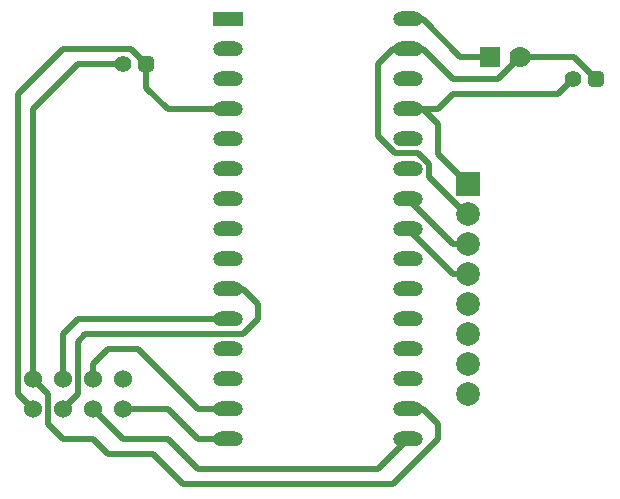
<source format=gtl>
G04 Layer_Physical_Order=1*
G04 Layer_Color=25308*
%FSLAX25Y25*%
%MOIN*%
G70*
G01*
G75*
%ADD10C,0.01969*%
G04:AMPARAMS|DCode=11|XSize=55.12mil|YSize=55.12mil|CornerRadius=16.54mil|HoleSize=0mil|Usage=FLASHONLY|Rotation=0.000|XOffset=0mil|YOffset=0mil|HoleType=Round|Shape=RoundedRectangle|*
%AMROUNDEDRECTD11*
21,1,0.05512,0.02205,0,0,0.0*
21,1,0.02205,0.05512,0,0,0.0*
1,1,0.03307,0.01102,-0.01102*
1,1,0.03307,-0.01102,-0.01102*
1,1,0.03307,-0.01102,0.01102*
1,1,0.03307,0.01102,0.01102*
%
%ADD11ROUNDEDRECTD11*%
%ADD12C,0.05512*%
%ADD13C,0.07000*%
%ADD14R,0.07000X0.07000*%
%ADD15C,0.06000*%
%ADD16O,0.10000X0.05000*%
%ADD17R,0.10000X0.05000*%
%ADD18R,0.07874X0.07874*%
%ADD19C,0.07874*%
D10*
X260000Y280000D02*
X265000D01*
X270000Y275000D01*
Y270000D02*
Y275000D01*
X255000Y255000D02*
X270000Y270000D01*
X185000Y255000D02*
X255000D01*
X175000Y265000D02*
X185000Y255000D01*
X160000Y265000D02*
X175000D01*
X155000Y270000D02*
X160000Y265000D01*
X145031Y270000D02*
X155000D01*
X140016Y275016D02*
X145031Y270000D01*
X140016Y275016D02*
Y284984D01*
X135000Y290000D02*
X140016Y284984D01*
X200000Y320000D02*
X205000D01*
X210000Y315000D01*
Y310000D02*
Y315000D01*
X205000Y305000D02*
X210000Y310000D01*
X152500Y305000D02*
X205000D01*
X150000Y302500D02*
X152500Y305000D01*
X150000Y285000D02*
Y302500D01*
X145000Y280000D02*
X150000Y285000D01*
X265000Y380000D02*
X270000D01*
X260000D02*
X265000D01*
X310000Y385000D02*
X315000Y390000D01*
X275000Y385000D02*
X310000D01*
X270000Y380000D02*
X275000Y385000D01*
X297500Y397500D02*
X315374D01*
X322874Y390000D01*
X255000Y400000D02*
X260000D01*
X250000Y395000D02*
X255000Y400000D01*
X250000Y371158D02*
Y395000D01*
Y371158D02*
X255643Y365516D01*
X263326D01*
X266984Y361857D01*
Y357336D02*
Y361857D01*
Y357336D02*
X279320Y345000D01*
X280000D01*
X277500Y397500D02*
X287500D01*
X265000Y410000D02*
X277500Y397500D01*
X260000Y410000D02*
X265000D01*
X290000Y390000D02*
X297500Y397500D01*
X275000Y390000D02*
X290000D01*
X265000Y400000D02*
X275000Y390000D01*
X260000Y400000D02*
X265000D01*
X280000Y345000D02*
X280680D01*
X265000Y380000D02*
X270000Y375000D01*
Y365000D02*
Y375000D01*
Y365000D02*
X280000Y355000D01*
X260000Y340000D02*
X275000Y325000D01*
X280000D01*
X260000Y350000D02*
X275000Y335000D01*
X280000D01*
X250000Y260000D02*
X260000Y270000D01*
X190000Y260000D02*
X250000D01*
X180000Y270000D02*
X190000Y260000D01*
X165000Y270000D02*
X180000D01*
X155000Y280000D02*
X165000Y270000D01*
X190000D02*
X200000D01*
X180000Y280000D02*
X190000Y270000D01*
X165000Y280000D02*
X180000D01*
X190000D02*
X200000D01*
X170000Y300000D02*
X190000Y280000D01*
X160000Y300000D02*
X170000D01*
X155000Y295000D02*
X160000Y300000D01*
X155000Y290000D02*
Y295000D01*
X150000Y310000D02*
X200000D01*
X145000Y305000D02*
X150000Y310000D01*
X145000Y290000D02*
Y305000D01*
X167874Y400000D02*
X172874Y395000D01*
X145000Y400000D02*
X167874D01*
X130000Y385000D02*
X145000Y400000D01*
X130000Y285000D02*
Y385000D01*
Y285000D02*
X135000Y280000D01*
X150000Y395000D02*
X165000D01*
X135000Y380000D02*
X150000Y395000D01*
X135000Y290000D02*
Y380000D01*
X172874Y387126D02*
Y395000D01*
Y387126D02*
X180000Y380000D01*
X200000D01*
D11*
X322874Y390000D02*
D03*
X172874Y395000D02*
D03*
D12*
X315000Y390000D02*
D03*
X165000Y395000D02*
D03*
D13*
X297500Y397500D02*
D03*
D14*
X287500D02*
D03*
D15*
X135000Y290000D02*
D03*
Y280000D02*
D03*
X145000Y290000D02*
D03*
Y280000D02*
D03*
X155000Y290000D02*
D03*
Y280000D02*
D03*
X165000Y290000D02*
D03*
Y280000D02*
D03*
D16*
X260000Y270000D02*
D03*
Y280000D02*
D03*
Y290000D02*
D03*
Y300000D02*
D03*
Y310000D02*
D03*
Y320000D02*
D03*
Y330000D02*
D03*
Y340000D02*
D03*
Y350000D02*
D03*
Y360000D02*
D03*
Y370000D02*
D03*
Y380000D02*
D03*
Y390000D02*
D03*
Y400000D02*
D03*
Y410000D02*
D03*
X200000Y270000D02*
D03*
Y280000D02*
D03*
Y290000D02*
D03*
Y300000D02*
D03*
Y310000D02*
D03*
Y320000D02*
D03*
Y330000D02*
D03*
Y340000D02*
D03*
Y350000D02*
D03*
Y360000D02*
D03*
Y370000D02*
D03*
Y380000D02*
D03*
Y390000D02*
D03*
Y400000D02*
D03*
D17*
Y410000D02*
D03*
D18*
X280000Y355000D02*
D03*
D19*
Y345000D02*
D03*
Y335000D02*
D03*
Y325000D02*
D03*
Y315000D02*
D03*
Y305000D02*
D03*
Y295000D02*
D03*
Y285000D02*
D03*
M02*

</source>
